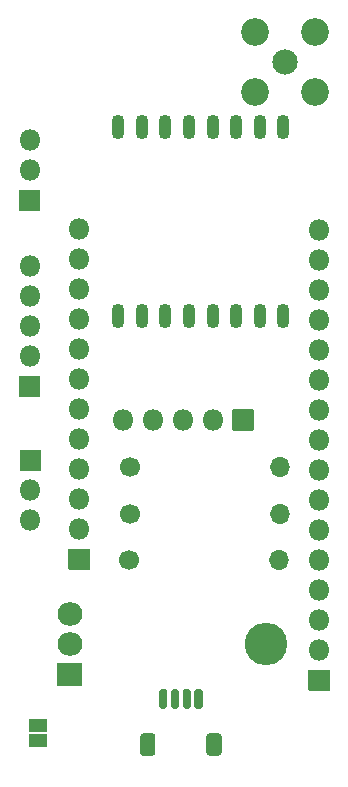
<source format=gbr>
%TF.GenerationSoftware,KiCad,Pcbnew,5.1.12-84ad8e8a86~92~ubuntu18.04.1*%
%TF.CreationDate,2022-01-08T21:29:22-05:00*%
%TF.ProjectId,remote,72656d6f-7465-42e6-9b69-6361645f7063,rev?*%
%TF.SameCoordinates,Original*%
%TF.FileFunction,Soldermask,Top*%
%TF.FilePolarity,Negative*%
%FSLAX46Y46*%
G04 Gerber Fmt 4.6, Leading zero omitted, Abs format (unit mm)*
G04 Created by KiCad (PCBNEW 5.1.12-84ad8e8a86~92~ubuntu18.04.1) date 2022-01-08 21:29:22*
%MOMM*%
%LPD*%
G01*
G04 APERTURE LIST*
%ADD10O,1.800000X1.800000*%
%ADD11O,2.100000X2.005000*%
%ADD12O,3.600000X3.600000*%
%ADD13O,1.700000X1.700000*%
%ADD14C,1.700000*%
%ADD15O,1.100000X2.100000*%
%ADD16C,2.350000*%
%ADD17C,2.150000*%
G04 APERTURE END LIST*
D10*
%TO.C,J2*%
X23550000Y-115270000D03*
X23550000Y-117810000D03*
X23550000Y-120350000D03*
X23550000Y-122890000D03*
G36*
G01*
X24450000Y-124580000D02*
X24450000Y-126280000D01*
G75*
G02*
X24400000Y-126330000I-50000J0D01*
G01*
X22700000Y-126330000D01*
G75*
G02*
X22650000Y-126280000I0J50000D01*
G01*
X22650000Y-124580000D01*
G75*
G02*
X22700000Y-124530000I50000J0D01*
G01*
X24400000Y-124530000D01*
G75*
G02*
X24450000Y-124580000I0J-50000D01*
G01*
G37*
%TD*%
D11*
%TO.C,Q1*%
X26940000Y-144730000D03*
X26940000Y-147270000D03*
G36*
G01*
X27940000Y-150812500D02*
X25940000Y-150812500D01*
G75*
G02*
X25890000Y-150762500I0J50000D01*
G01*
X25890000Y-148857500D01*
G75*
G02*
X25940000Y-148807500I50000J0D01*
G01*
X27940000Y-148807500D01*
G75*
G02*
X27990000Y-148857500I0J-50000D01*
G01*
X27990000Y-150762500D01*
G75*
G02*
X27940000Y-150812500I-50000J0D01*
G01*
G37*
D12*
X43600000Y-147270000D03*
%TD*%
D13*
%TO.C,R3*%
X44670000Y-140140000D03*
D14*
X31970000Y-140140000D03*
%TD*%
%TO.C,JP1*%
G36*
G01*
X23510000Y-153550000D02*
X25010000Y-153550000D01*
G75*
G02*
X25060000Y-153600000I0J-50000D01*
G01*
X25060000Y-154600000D01*
G75*
G02*
X25010000Y-154650000I-50000J0D01*
G01*
X23510000Y-154650000D01*
G75*
G02*
X23460000Y-154600000I0J50000D01*
G01*
X23460000Y-153600000D01*
G75*
G02*
X23510000Y-153550000I50000J0D01*
G01*
G37*
G36*
G01*
X23510000Y-154850000D02*
X25010000Y-154850000D01*
G75*
G02*
X25060000Y-154900000I0J-50000D01*
G01*
X25060000Y-155900000D01*
G75*
G02*
X25010000Y-155950000I-50000J0D01*
G01*
X23510000Y-155950000D01*
G75*
G02*
X23460000Y-155900000I0J50000D01*
G01*
X23460000Y-154900000D01*
G75*
G02*
X23510000Y-154850000I50000J0D01*
G01*
G37*
%TD*%
D15*
%TO.C,U1*%
X31040000Y-119480000D03*
X33040000Y-119480000D03*
X35040000Y-119480000D03*
X37040000Y-119480000D03*
X39040000Y-119480000D03*
X41040000Y-119480000D03*
X43040000Y-119480000D03*
X45040000Y-119480000D03*
X45040000Y-103480000D03*
X43040000Y-103480000D03*
X41040000Y-103480000D03*
X39040000Y-103480000D03*
X37040000Y-103480000D03*
X35040000Y-103480000D03*
X33040000Y-103480000D03*
X31040000Y-103480000D03*
%TD*%
%TO.C,J20*%
G36*
G01*
X34510000Y-152530000D02*
X34510000Y-151230000D01*
G75*
G02*
X34685000Y-151055000I175000J0D01*
G01*
X35035000Y-151055000D01*
G75*
G02*
X35210000Y-151230000I0J-175000D01*
G01*
X35210000Y-152530000D01*
G75*
G02*
X35035000Y-152705000I-175000J0D01*
G01*
X34685000Y-152705000D01*
G75*
G02*
X34510000Y-152530000I0J175000D01*
G01*
G37*
G36*
G01*
X35510000Y-152530000D02*
X35510000Y-151230000D01*
G75*
G02*
X35685000Y-151055000I175000J0D01*
G01*
X36035000Y-151055000D01*
G75*
G02*
X36210000Y-151230000I0J-175000D01*
G01*
X36210000Y-152530000D01*
G75*
G02*
X36035000Y-152705000I-175000J0D01*
G01*
X35685000Y-152705000D01*
G75*
G02*
X35510000Y-152530000I0J175000D01*
G01*
G37*
G36*
G01*
X36510000Y-152530000D02*
X36510000Y-151230000D01*
G75*
G02*
X36685000Y-151055000I175000J0D01*
G01*
X37035000Y-151055000D01*
G75*
G02*
X37210000Y-151230000I0J-175000D01*
G01*
X37210000Y-152530000D01*
G75*
G02*
X37035000Y-152705000I-175000J0D01*
G01*
X36685000Y-152705000D01*
G75*
G02*
X36510000Y-152530000I0J175000D01*
G01*
G37*
G36*
G01*
X37510000Y-152530000D02*
X37510000Y-151230000D01*
G75*
G02*
X37685000Y-151055000I175000J0D01*
G01*
X38035000Y-151055000D01*
G75*
G02*
X38210000Y-151230000I0J-175000D01*
G01*
X38210000Y-152530000D01*
G75*
G02*
X38035000Y-152705000I-175000J0D01*
G01*
X37685000Y-152705000D01*
G75*
G02*
X37510000Y-152530000I0J175000D01*
G01*
G37*
G36*
G01*
X32910000Y-156434168D02*
X32910000Y-155075832D01*
G75*
G02*
X33180832Y-154805000I270832J0D01*
G01*
X33939168Y-154805000D01*
G75*
G02*
X34210000Y-155075832I0J-270832D01*
G01*
X34210000Y-156434168D01*
G75*
G02*
X33939168Y-156705000I-270832J0D01*
G01*
X33180832Y-156705000D01*
G75*
G02*
X32910000Y-156434168I0J270832D01*
G01*
G37*
G36*
G01*
X38510000Y-156434168D02*
X38510000Y-155075832D01*
G75*
G02*
X38780832Y-154805000I270832J0D01*
G01*
X39539168Y-154805000D01*
G75*
G02*
X39810000Y-155075832I0J-270832D01*
G01*
X39810000Y-156434168D01*
G75*
G02*
X39539168Y-156705000I-270832J0D01*
G01*
X38780832Y-156705000D01*
G75*
G02*
X38510000Y-156434168I0J270832D01*
G01*
G37*
%TD*%
D10*
%TO.C,U2*%
X27740000Y-134990000D03*
G36*
G01*
X28640000Y-139220000D02*
X28640000Y-140920000D01*
G75*
G02*
X28590000Y-140970000I-50000J0D01*
G01*
X26890000Y-140970000D01*
G75*
G02*
X26840000Y-140920000I0J50000D01*
G01*
X26840000Y-139220000D01*
G75*
G02*
X26890000Y-139170000I50000J0D01*
G01*
X28590000Y-139170000D01*
G75*
G02*
X28640000Y-139220000I0J-50000D01*
G01*
G37*
X27740000Y-122290000D03*
X27740000Y-114670000D03*
X27740000Y-137530000D03*
X27740000Y-127370000D03*
X27740000Y-124830000D03*
X27740000Y-112130000D03*
X27740000Y-119750000D03*
X27740000Y-117210000D03*
X27740000Y-132450000D03*
X27740000Y-129910000D03*
G36*
G01*
X48960000Y-149460000D02*
X48960000Y-151160000D01*
G75*
G02*
X48910000Y-151210000I-50000J0D01*
G01*
X47210000Y-151210000D01*
G75*
G02*
X47160000Y-151160000I0J50000D01*
G01*
X47160000Y-149460000D01*
G75*
G02*
X47210000Y-149410000I50000J0D01*
G01*
X48910000Y-149410000D01*
G75*
G02*
X48960000Y-149460000I0J-50000D01*
G01*
G37*
X48060000Y-147770000D03*
X48060000Y-145230000D03*
X48060000Y-142690000D03*
X48060000Y-140150000D03*
X48060000Y-137610000D03*
X48060000Y-135070000D03*
X48060000Y-132530000D03*
X48060000Y-129990000D03*
X48060000Y-127450000D03*
X48060000Y-124910000D03*
X48060000Y-122370000D03*
X48060000Y-119830000D03*
X48060000Y-117290000D03*
X48060000Y-114750000D03*
X48060000Y-112210000D03*
%TD*%
D16*
%TO.C,J1*%
X42640000Y-100500000D03*
X42640000Y-95420000D03*
X47720000Y-95420000D03*
X47720000Y-100500000D03*
D17*
X45180000Y-97960000D03*
%TD*%
%TO.C,U5*%
G36*
G01*
X42480000Y-129180000D02*
X40780000Y-129180000D01*
G75*
G02*
X40730000Y-129130000I0J50000D01*
G01*
X40730000Y-127430000D01*
G75*
G02*
X40780000Y-127380000I50000J0D01*
G01*
X42480000Y-127380000D01*
G75*
G02*
X42530000Y-127430000I0J-50000D01*
G01*
X42530000Y-129130000D01*
G75*
G02*
X42480000Y-129180000I-50000J0D01*
G01*
G37*
D10*
X39090000Y-128280000D03*
X36550000Y-128280000D03*
X34010000Y-128280000D03*
X31470000Y-128280000D03*
%TD*%
D13*
%TO.C,R1*%
X44740000Y-132280000D03*
D14*
X32040000Y-132280000D03*
%TD*%
D13*
%TO.C,R2*%
X44740000Y-136210000D03*
D14*
X32040000Y-136210000D03*
%TD*%
D10*
%TO.C,J19*%
X23550000Y-104600000D03*
X23550000Y-107140000D03*
G36*
G01*
X24450000Y-108830000D02*
X24450000Y-110530000D01*
G75*
G02*
X24400000Y-110580000I-50000J0D01*
G01*
X22700000Y-110580000D01*
G75*
G02*
X22650000Y-110530000I0J50000D01*
G01*
X22650000Y-108830000D01*
G75*
G02*
X22700000Y-108780000I50000J0D01*
G01*
X24400000Y-108780000D01*
G75*
G02*
X24450000Y-108830000I0J-50000D01*
G01*
G37*
%TD*%
%TO.C,J5*%
X23600000Y-136770000D03*
X23600000Y-134230000D03*
G36*
G01*
X22700000Y-132540000D02*
X22700000Y-130840000D01*
G75*
G02*
X22750000Y-130790000I50000J0D01*
G01*
X24450000Y-130790000D01*
G75*
G02*
X24500000Y-130840000I0J-50000D01*
G01*
X24500000Y-132540000D01*
G75*
G02*
X24450000Y-132590000I-50000J0D01*
G01*
X22750000Y-132590000D01*
G75*
G02*
X22700000Y-132540000I0J50000D01*
G01*
G37*
%TD*%
M02*

</source>
